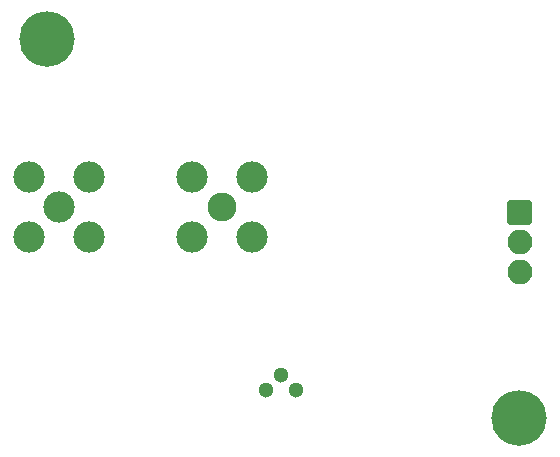
<source format=gbr>
G04 #@! TF.GenerationSoftware,KiCad,Pcbnew,(5.1.9)-1*
G04 #@! TF.CreationDate,2021-08-22T23:17:26+02:00*
G04 #@! TF.ProjectId,PDH_photodiode,5044485f-7068-46f7-946f-64696f64652e,1.1*
G04 #@! TF.SameCoordinates,Original*
G04 #@! TF.FileFunction,Soldermask,Bot*
G04 #@! TF.FilePolarity,Negative*
%FSLAX45Y45*%
G04 Gerber Fmt 4.5, Leading zero omitted, Abs format (unit mm)*
G04 Created by KiCad (PCBNEW (5.1.9)-1) date 2021-08-22 23:17:26*
%MOMM*%
%LPD*%
G01*
G04 APERTURE LIST*
%ADD10O,2.100000X2.100000*%
%ADD11C,1.300000*%
%ADD12C,2.650000*%
%ADD13C,2.450000*%
%ADD14C,4.700000*%
G04 APERTURE END LIST*
G36*
G01*
X15020000Y-6506000D02*
X15020000Y-6336000D01*
G75*
G02*
X15040000Y-6316000I20000J0D01*
G01*
X15210000Y-6316000D01*
G75*
G02*
X15230000Y-6336000I0J-20000D01*
G01*
X15230000Y-6506000D01*
G75*
G02*
X15210000Y-6526000I-20000J0D01*
G01*
X15040000Y-6526000D01*
G75*
G02*
X15020000Y-6506000I0J20000D01*
G01*
G37*
D10*
X15125000Y-6675000D03*
X15125000Y-6929000D03*
D11*
X12979000Y-7925000D03*
X13106000Y-7798000D03*
X13233000Y-7925000D03*
D12*
X11479000Y-6629000D03*
X10971000Y-6629000D03*
X10971000Y-6121000D03*
X11479000Y-6121000D03*
X11225000Y-6375000D03*
D13*
X12607500Y-6372500D03*
D12*
X12353500Y-6118500D03*
X12353500Y-6626500D03*
X12861500Y-6626500D03*
X12861500Y-6118500D03*
D14*
X11125000Y-4950000D03*
X15120000Y-8165000D03*
M02*

</source>
